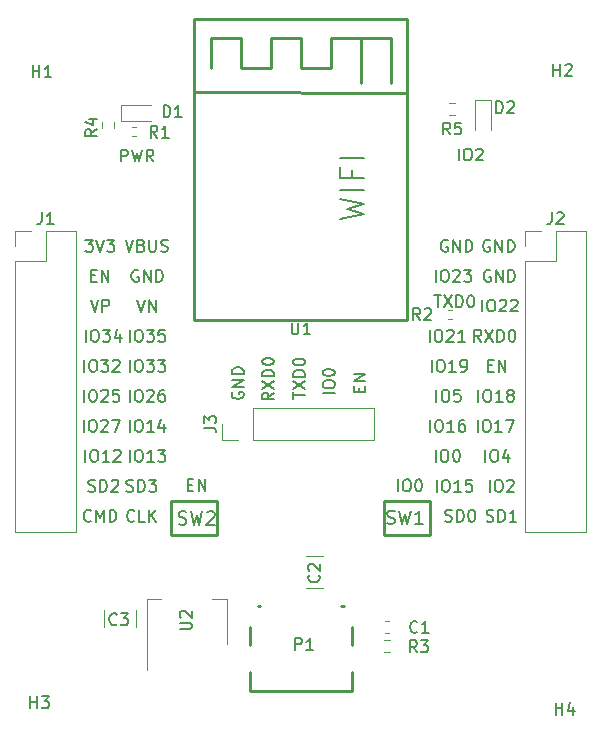
<source format=gbr>
%TF.GenerationSoftware,KiCad,Pcbnew,(5.1.10-1-10_14)*%
%TF.CreationDate,2021-10-31T18:44:30+08:00*%
%TF.ProjectId,esp32solo_devboard,65737033-3273-46f6-9c6f-5f646576626f,rev?*%
%TF.SameCoordinates,Original*%
%TF.FileFunction,Legend,Top*%
%TF.FilePolarity,Positive*%
%FSLAX46Y46*%
G04 Gerber Fmt 4.6, Leading zero omitted, Abs format (unit mm)*
G04 Created by KiCad (PCBNEW (5.1.10-1-10_14)) date 2021-10-31 18:44:30*
%MOMM*%
%LPD*%
G01*
G04 APERTURE LIST*
%ADD10C,0.150000*%
%ADD11C,0.120000*%
%ADD12C,0.254000*%
%ADD13C,0.152400*%
%ADD14C,0.203200*%
G04 APERTURE END LIST*
D10*
X129948571Y-75298095D02*
X129948571Y-74964761D01*
X130472380Y-74821904D02*
X130472380Y-75298095D01*
X129472380Y-75298095D01*
X129472380Y-74821904D01*
X130472380Y-74393333D02*
X129472380Y-74393333D01*
X130472380Y-73821904D01*
X129472380Y-73821904D01*
X127872380Y-75440000D02*
X126872380Y-75440000D01*
X126872380Y-74773333D02*
X126872380Y-74582857D01*
X126920000Y-74487619D01*
X127015238Y-74392380D01*
X127205714Y-74344761D01*
X127539047Y-74344761D01*
X127729523Y-74392380D01*
X127824761Y-74487619D01*
X127872380Y-74582857D01*
X127872380Y-74773333D01*
X127824761Y-74868571D01*
X127729523Y-74963809D01*
X127539047Y-75011428D01*
X127205714Y-75011428D01*
X127015238Y-74963809D01*
X126920000Y-74868571D01*
X126872380Y-74773333D01*
X126872380Y-73725714D02*
X126872380Y-73630476D01*
X126920000Y-73535238D01*
X126967619Y-73487619D01*
X127062857Y-73440000D01*
X127253333Y-73392380D01*
X127491428Y-73392380D01*
X127681904Y-73440000D01*
X127777142Y-73487619D01*
X127824761Y-73535238D01*
X127872380Y-73630476D01*
X127872380Y-73725714D01*
X127824761Y-73820952D01*
X127777142Y-73868571D01*
X127681904Y-73916190D01*
X127491428Y-73963809D01*
X127253333Y-73963809D01*
X127062857Y-73916190D01*
X126967619Y-73868571D01*
X126920000Y-73820952D01*
X126872380Y-73725714D01*
X124362380Y-75888095D02*
X124362380Y-75316666D01*
X125362380Y-75602380D02*
X124362380Y-75602380D01*
X124362380Y-75078571D02*
X125362380Y-74411904D01*
X124362380Y-74411904D02*
X125362380Y-75078571D01*
X125362380Y-74030952D02*
X124362380Y-74030952D01*
X124362380Y-73792857D01*
X124410000Y-73650000D01*
X124505238Y-73554761D01*
X124600476Y-73507142D01*
X124790952Y-73459523D01*
X124933809Y-73459523D01*
X125124285Y-73507142D01*
X125219523Y-73554761D01*
X125314761Y-73650000D01*
X125362380Y-73792857D01*
X125362380Y-74030952D01*
X124362380Y-72840476D02*
X124362380Y-72745238D01*
X124410000Y-72650000D01*
X124457619Y-72602380D01*
X124552857Y-72554761D01*
X124743333Y-72507142D01*
X124981428Y-72507142D01*
X125171904Y-72554761D01*
X125267142Y-72602380D01*
X125314761Y-72650000D01*
X125362380Y-72745238D01*
X125362380Y-72840476D01*
X125314761Y-72935714D01*
X125267142Y-72983333D01*
X125171904Y-73030952D01*
X124981428Y-73078571D01*
X124743333Y-73078571D01*
X124552857Y-73030952D01*
X124457619Y-72983333D01*
X124410000Y-72935714D01*
X124362380Y-72840476D01*
X122732380Y-75382857D02*
X122256190Y-75716190D01*
X122732380Y-75954285D02*
X121732380Y-75954285D01*
X121732380Y-75573333D01*
X121780000Y-75478095D01*
X121827619Y-75430476D01*
X121922857Y-75382857D01*
X122065714Y-75382857D01*
X122160952Y-75430476D01*
X122208571Y-75478095D01*
X122256190Y-75573333D01*
X122256190Y-75954285D01*
X121732380Y-75049523D02*
X122732380Y-74382857D01*
X121732380Y-74382857D02*
X122732380Y-75049523D01*
X122732380Y-74001904D02*
X121732380Y-74001904D01*
X121732380Y-73763809D01*
X121780000Y-73620952D01*
X121875238Y-73525714D01*
X121970476Y-73478095D01*
X122160952Y-73430476D01*
X122303809Y-73430476D01*
X122494285Y-73478095D01*
X122589523Y-73525714D01*
X122684761Y-73620952D01*
X122732380Y-73763809D01*
X122732380Y-74001904D01*
X121732380Y-72811428D02*
X121732380Y-72716190D01*
X121780000Y-72620952D01*
X121827619Y-72573333D01*
X121922857Y-72525714D01*
X122113333Y-72478095D01*
X122351428Y-72478095D01*
X122541904Y-72525714D01*
X122637142Y-72573333D01*
X122684761Y-72620952D01*
X122732380Y-72716190D01*
X122732380Y-72811428D01*
X122684761Y-72906666D01*
X122637142Y-72954285D01*
X122541904Y-73001904D01*
X122351428Y-73049523D01*
X122113333Y-73049523D01*
X121922857Y-73001904D01*
X121827619Y-72954285D01*
X121780000Y-72906666D01*
X121732380Y-72811428D01*
X119210000Y-75351904D02*
X119162380Y-75447142D01*
X119162380Y-75590000D01*
X119210000Y-75732857D01*
X119305238Y-75828095D01*
X119400476Y-75875714D01*
X119590952Y-75923333D01*
X119733809Y-75923333D01*
X119924285Y-75875714D01*
X120019523Y-75828095D01*
X120114761Y-75732857D01*
X120162380Y-75590000D01*
X120162380Y-75494761D01*
X120114761Y-75351904D01*
X120067142Y-75304285D01*
X119733809Y-75304285D01*
X119733809Y-75494761D01*
X120162380Y-74875714D02*
X119162380Y-74875714D01*
X120162380Y-74304285D01*
X119162380Y-74304285D01*
X120162380Y-73828095D02*
X119162380Y-73828095D01*
X119162380Y-73590000D01*
X119210000Y-73447142D01*
X119305238Y-73351904D01*
X119400476Y-73304285D01*
X119590952Y-73256666D01*
X119733809Y-73256666D01*
X119924285Y-73304285D01*
X120019523Y-73351904D01*
X120114761Y-73447142D01*
X120162380Y-73590000D01*
X120162380Y-73828095D01*
X133220000Y-83742380D02*
X133220000Y-82742380D01*
X133886666Y-82742380D02*
X134077142Y-82742380D01*
X134172380Y-82790000D01*
X134267619Y-82885238D01*
X134315238Y-83075714D01*
X134315238Y-83409047D01*
X134267619Y-83599523D01*
X134172380Y-83694761D01*
X134077142Y-83742380D01*
X133886666Y-83742380D01*
X133791428Y-83694761D01*
X133696190Y-83599523D01*
X133648571Y-83409047D01*
X133648571Y-83075714D01*
X133696190Y-82885238D01*
X133791428Y-82790000D01*
X133886666Y-82742380D01*
X134934285Y-82742380D02*
X135029523Y-82742380D01*
X135124761Y-82790000D01*
X135172380Y-82837619D01*
X135220000Y-82932857D01*
X135267619Y-83123333D01*
X135267619Y-83361428D01*
X135220000Y-83551904D01*
X135172380Y-83647142D01*
X135124761Y-83694761D01*
X135029523Y-83742380D01*
X134934285Y-83742380D01*
X134839047Y-83694761D01*
X134791428Y-83647142D01*
X134743809Y-83551904D01*
X134696190Y-83361428D01*
X134696190Y-83123333D01*
X134743809Y-82932857D01*
X134791428Y-82837619D01*
X134839047Y-82790000D01*
X134934285Y-82742380D01*
X115441904Y-83178571D02*
X115775238Y-83178571D01*
X115918095Y-83702380D02*
X115441904Y-83702380D01*
X115441904Y-82702380D01*
X115918095Y-82702380D01*
X116346666Y-83702380D02*
X116346666Y-82702380D01*
X116918095Y-83702380D01*
X116918095Y-82702380D01*
X138370000Y-55722380D02*
X138370000Y-54722380D01*
X139036666Y-54722380D02*
X139227142Y-54722380D01*
X139322380Y-54770000D01*
X139417619Y-54865238D01*
X139465238Y-55055714D01*
X139465238Y-55389047D01*
X139417619Y-55579523D01*
X139322380Y-55674761D01*
X139227142Y-55722380D01*
X139036666Y-55722380D01*
X138941428Y-55674761D01*
X138846190Y-55579523D01*
X138798571Y-55389047D01*
X138798571Y-55055714D01*
X138846190Y-54865238D01*
X138941428Y-54770000D01*
X139036666Y-54722380D01*
X139846190Y-54817619D02*
X139893809Y-54770000D01*
X139989047Y-54722380D01*
X140227142Y-54722380D01*
X140322380Y-54770000D01*
X140370000Y-54817619D01*
X140417619Y-54912857D01*
X140417619Y-55008095D01*
X140370000Y-55150952D01*
X139798571Y-55722380D01*
X140417619Y-55722380D01*
X109806666Y-55812380D02*
X109806666Y-54812380D01*
X110187619Y-54812380D01*
X110282857Y-54860000D01*
X110330476Y-54907619D01*
X110378095Y-55002857D01*
X110378095Y-55145714D01*
X110330476Y-55240952D01*
X110282857Y-55288571D01*
X110187619Y-55336190D01*
X109806666Y-55336190D01*
X110711428Y-54812380D02*
X110949523Y-55812380D01*
X111140000Y-55098095D01*
X111330476Y-55812380D01*
X111568571Y-54812380D01*
X112520952Y-55812380D02*
X112187619Y-55336190D01*
X111949523Y-55812380D02*
X111949523Y-54812380D01*
X112330476Y-54812380D01*
X112425714Y-54860000D01*
X112473333Y-54907619D01*
X112520952Y-55002857D01*
X112520952Y-55145714D01*
X112473333Y-55240952D01*
X112425714Y-55288571D01*
X112330476Y-55336190D01*
X111949523Y-55336190D01*
X111142857Y-67532380D02*
X111476190Y-68532380D01*
X111809523Y-67532380D01*
X112142857Y-68532380D02*
X112142857Y-67532380D01*
X112714285Y-68532380D01*
X112714285Y-67532380D01*
X110523809Y-76152380D02*
X110523809Y-75152380D01*
X111190476Y-75152380D02*
X111380952Y-75152380D01*
X111476190Y-75200000D01*
X111571428Y-75295238D01*
X111619047Y-75485714D01*
X111619047Y-75819047D01*
X111571428Y-76009523D01*
X111476190Y-76104761D01*
X111380952Y-76152380D01*
X111190476Y-76152380D01*
X111095238Y-76104761D01*
X111000000Y-76009523D01*
X110952380Y-75819047D01*
X110952380Y-75485714D01*
X111000000Y-75295238D01*
X111095238Y-75200000D01*
X111190476Y-75152380D01*
X112000000Y-75247619D02*
X112047619Y-75200000D01*
X112142857Y-75152380D01*
X112380952Y-75152380D01*
X112476190Y-75200000D01*
X112523809Y-75247619D01*
X112571428Y-75342857D01*
X112571428Y-75438095D01*
X112523809Y-75580952D01*
X111952380Y-76152380D01*
X112571428Y-76152380D01*
X113428571Y-75152380D02*
X113238095Y-75152380D01*
X113142857Y-75200000D01*
X113095238Y-75247619D01*
X113000000Y-75390476D01*
X112952380Y-75580952D01*
X112952380Y-75961904D01*
X113000000Y-76057142D01*
X113047619Y-76104761D01*
X113142857Y-76152380D01*
X113333333Y-76152380D01*
X113428571Y-76104761D01*
X113476190Y-76057142D01*
X113523809Y-75961904D01*
X113523809Y-75723809D01*
X113476190Y-75628571D01*
X113428571Y-75580952D01*
X113333333Y-75533333D01*
X113142857Y-75533333D01*
X113047619Y-75580952D01*
X113000000Y-75628571D01*
X112952380Y-75723809D01*
X110523809Y-78692380D02*
X110523809Y-77692380D01*
X111190476Y-77692380D02*
X111380952Y-77692380D01*
X111476190Y-77740000D01*
X111571428Y-77835238D01*
X111619047Y-78025714D01*
X111619047Y-78359047D01*
X111571428Y-78549523D01*
X111476190Y-78644761D01*
X111380952Y-78692380D01*
X111190476Y-78692380D01*
X111095238Y-78644761D01*
X111000000Y-78549523D01*
X110952380Y-78359047D01*
X110952380Y-78025714D01*
X111000000Y-77835238D01*
X111095238Y-77740000D01*
X111190476Y-77692380D01*
X112571428Y-78692380D02*
X112000000Y-78692380D01*
X112285714Y-78692380D02*
X112285714Y-77692380D01*
X112190476Y-77835238D01*
X112095238Y-77930476D01*
X112000000Y-77978095D01*
X113428571Y-78025714D02*
X113428571Y-78692380D01*
X113190476Y-77644761D02*
X112952380Y-78359047D01*
X113571428Y-78359047D01*
X137238095Y-86264761D02*
X137380952Y-86312380D01*
X137619047Y-86312380D01*
X137714285Y-86264761D01*
X137761904Y-86217142D01*
X137809523Y-86121904D01*
X137809523Y-86026666D01*
X137761904Y-85931428D01*
X137714285Y-85883809D01*
X137619047Y-85836190D01*
X137428571Y-85788571D01*
X137333333Y-85740952D01*
X137285714Y-85693333D01*
X137238095Y-85598095D01*
X137238095Y-85502857D01*
X137285714Y-85407619D01*
X137333333Y-85360000D01*
X137428571Y-85312380D01*
X137666666Y-85312380D01*
X137809523Y-85360000D01*
X138238095Y-86312380D02*
X138238095Y-85312380D01*
X138476190Y-85312380D01*
X138619047Y-85360000D01*
X138714285Y-85455238D01*
X138761904Y-85550476D01*
X138809523Y-85740952D01*
X138809523Y-85883809D01*
X138761904Y-86074285D01*
X138714285Y-86169523D01*
X138619047Y-86264761D01*
X138476190Y-86312380D01*
X138238095Y-86312380D01*
X139428571Y-85312380D02*
X139523809Y-85312380D01*
X139619047Y-85360000D01*
X139666666Y-85407619D01*
X139714285Y-85502857D01*
X139761904Y-85693333D01*
X139761904Y-85931428D01*
X139714285Y-86121904D01*
X139666666Y-86217142D01*
X139619047Y-86264761D01*
X139523809Y-86312380D01*
X139428571Y-86312380D01*
X139333333Y-86264761D01*
X139285714Y-86217142D01*
X139238095Y-86121904D01*
X139190476Y-85931428D01*
X139190476Y-85693333D01*
X139238095Y-85502857D01*
X139285714Y-85407619D01*
X139333333Y-85360000D01*
X139428571Y-85312380D01*
X140738095Y-86264761D02*
X140880952Y-86312380D01*
X141119047Y-86312380D01*
X141214285Y-86264761D01*
X141261904Y-86217142D01*
X141309523Y-86121904D01*
X141309523Y-86026666D01*
X141261904Y-85931428D01*
X141214285Y-85883809D01*
X141119047Y-85836190D01*
X140928571Y-85788571D01*
X140833333Y-85740952D01*
X140785714Y-85693333D01*
X140738095Y-85598095D01*
X140738095Y-85502857D01*
X140785714Y-85407619D01*
X140833333Y-85360000D01*
X140928571Y-85312380D01*
X141166666Y-85312380D01*
X141309523Y-85360000D01*
X141738095Y-86312380D02*
X141738095Y-85312380D01*
X141976190Y-85312380D01*
X142119047Y-85360000D01*
X142214285Y-85455238D01*
X142261904Y-85550476D01*
X142309523Y-85740952D01*
X142309523Y-85883809D01*
X142261904Y-86074285D01*
X142214285Y-86169523D01*
X142119047Y-86264761D01*
X141976190Y-86312380D01*
X141738095Y-86312380D01*
X143261904Y-86312380D02*
X142690476Y-86312380D01*
X142976190Y-86312380D02*
X142976190Y-85312380D01*
X142880952Y-85455238D01*
X142785714Y-85550476D01*
X142690476Y-85598095D01*
X141000000Y-83772380D02*
X141000000Y-82772380D01*
X141666666Y-82772380D02*
X141857142Y-82772380D01*
X141952380Y-82820000D01*
X142047619Y-82915238D01*
X142095238Y-83105714D01*
X142095238Y-83439047D01*
X142047619Y-83629523D01*
X141952380Y-83724761D01*
X141857142Y-83772380D01*
X141666666Y-83772380D01*
X141571428Y-83724761D01*
X141476190Y-83629523D01*
X141428571Y-83439047D01*
X141428571Y-83105714D01*
X141476190Y-82915238D01*
X141571428Y-82820000D01*
X141666666Y-82772380D01*
X142476190Y-82867619D02*
X142523809Y-82820000D01*
X142619047Y-82772380D01*
X142857142Y-82772380D01*
X142952380Y-82820000D01*
X143000000Y-82867619D01*
X143047619Y-82962857D01*
X143047619Y-83058095D01*
X143000000Y-83200952D01*
X142428571Y-83772380D01*
X143047619Y-83772380D01*
X136523809Y-83772380D02*
X136523809Y-82772380D01*
X137190476Y-82772380D02*
X137380952Y-82772380D01*
X137476190Y-82820000D01*
X137571428Y-82915238D01*
X137619047Y-83105714D01*
X137619047Y-83439047D01*
X137571428Y-83629523D01*
X137476190Y-83724761D01*
X137380952Y-83772380D01*
X137190476Y-83772380D01*
X137095238Y-83724761D01*
X137000000Y-83629523D01*
X136952380Y-83439047D01*
X136952380Y-83105714D01*
X137000000Y-82915238D01*
X137095238Y-82820000D01*
X137190476Y-82772380D01*
X138571428Y-83772380D02*
X138000000Y-83772380D01*
X138285714Y-83772380D02*
X138285714Y-82772380D01*
X138190476Y-82915238D01*
X138095238Y-83010476D01*
X138000000Y-83058095D01*
X139476190Y-82772380D02*
X139000000Y-82772380D01*
X138952380Y-83248571D01*
X139000000Y-83200952D01*
X139095238Y-83153333D01*
X139333333Y-83153333D01*
X139428571Y-83200952D01*
X139476190Y-83248571D01*
X139523809Y-83343809D01*
X139523809Y-83581904D01*
X139476190Y-83677142D01*
X139428571Y-83724761D01*
X139333333Y-83772380D01*
X139095238Y-83772380D01*
X139000000Y-83724761D01*
X138952380Y-83677142D01*
X140630000Y-81232380D02*
X140630000Y-80232380D01*
X141296666Y-80232380D02*
X141487142Y-80232380D01*
X141582380Y-80280000D01*
X141677619Y-80375238D01*
X141725238Y-80565714D01*
X141725238Y-80899047D01*
X141677619Y-81089523D01*
X141582380Y-81184761D01*
X141487142Y-81232380D01*
X141296666Y-81232380D01*
X141201428Y-81184761D01*
X141106190Y-81089523D01*
X141058571Y-80899047D01*
X141058571Y-80565714D01*
X141106190Y-80375238D01*
X141201428Y-80280000D01*
X141296666Y-80232380D01*
X142582380Y-80565714D02*
X142582380Y-81232380D01*
X142344285Y-80184761D02*
X142106190Y-80899047D01*
X142725238Y-80899047D01*
X136410000Y-81232380D02*
X136410000Y-80232380D01*
X137076666Y-80232380D02*
X137267142Y-80232380D01*
X137362380Y-80280000D01*
X137457619Y-80375238D01*
X137505238Y-80565714D01*
X137505238Y-80899047D01*
X137457619Y-81089523D01*
X137362380Y-81184761D01*
X137267142Y-81232380D01*
X137076666Y-81232380D01*
X136981428Y-81184761D01*
X136886190Y-81089523D01*
X136838571Y-80899047D01*
X136838571Y-80565714D01*
X136886190Y-80375238D01*
X136981428Y-80280000D01*
X137076666Y-80232380D01*
X138124285Y-80232380D02*
X138219523Y-80232380D01*
X138314761Y-80280000D01*
X138362380Y-80327619D01*
X138410000Y-80422857D01*
X138457619Y-80613333D01*
X138457619Y-80851428D01*
X138410000Y-81041904D01*
X138362380Y-81137142D01*
X138314761Y-81184761D01*
X138219523Y-81232380D01*
X138124285Y-81232380D01*
X138029047Y-81184761D01*
X137981428Y-81137142D01*
X137933809Y-81041904D01*
X137886190Y-80851428D01*
X137886190Y-80613333D01*
X137933809Y-80422857D01*
X137981428Y-80327619D01*
X138029047Y-80280000D01*
X138124285Y-80232380D01*
X135943809Y-78692380D02*
X135943809Y-77692380D01*
X136610476Y-77692380D02*
X136800952Y-77692380D01*
X136896190Y-77740000D01*
X136991428Y-77835238D01*
X137039047Y-78025714D01*
X137039047Y-78359047D01*
X136991428Y-78549523D01*
X136896190Y-78644761D01*
X136800952Y-78692380D01*
X136610476Y-78692380D01*
X136515238Y-78644761D01*
X136420000Y-78549523D01*
X136372380Y-78359047D01*
X136372380Y-78025714D01*
X136420000Y-77835238D01*
X136515238Y-77740000D01*
X136610476Y-77692380D01*
X137991428Y-78692380D02*
X137420000Y-78692380D01*
X137705714Y-78692380D02*
X137705714Y-77692380D01*
X137610476Y-77835238D01*
X137515238Y-77930476D01*
X137420000Y-77978095D01*
X138848571Y-77692380D02*
X138658095Y-77692380D01*
X138562857Y-77740000D01*
X138515238Y-77787619D01*
X138420000Y-77930476D01*
X138372380Y-78120952D01*
X138372380Y-78501904D01*
X138420000Y-78597142D01*
X138467619Y-78644761D01*
X138562857Y-78692380D01*
X138753333Y-78692380D01*
X138848571Y-78644761D01*
X138896190Y-78597142D01*
X138943809Y-78501904D01*
X138943809Y-78263809D01*
X138896190Y-78168571D01*
X138848571Y-78120952D01*
X138753333Y-78073333D01*
X138562857Y-78073333D01*
X138467619Y-78120952D01*
X138420000Y-78168571D01*
X138372380Y-78263809D01*
X139973809Y-78692380D02*
X139973809Y-77692380D01*
X140640476Y-77692380D02*
X140830952Y-77692380D01*
X140926190Y-77740000D01*
X141021428Y-77835238D01*
X141069047Y-78025714D01*
X141069047Y-78359047D01*
X141021428Y-78549523D01*
X140926190Y-78644761D01*
X140830952Y-78692380D01*
X140640476Y-78692380D01*
X140545238Y-78644761D01*
X140450000Y-78549523D01*
X140402380Y-78359047D01*
X140402380Y-78025714D01*
X140450000Y-77835238D01*
X140545238Y-77740000D01*
X140640476Y-77692380D01*
X142021428Y-78692380D02*
X141450000Y-78692380D01*
X141735714Y-78692380D02*
X141735714Y-77692380D01*
X141640476Y-77835238D01*
X141545238Y-77930476D01*
X141450000Y-77978095D01*
X142354761Y-77692380D02*
X143021428Y-77692380D01*
X142592857Y-78692380D01*
X136490000Y-76152380D02*
X136490000Y-75152380D01*
X137156666Y-75152380D02*
X137347142Y-75152380D01*
X137442380Y-75200000D01*
X137537619Y-75295238D01*
X137585238Y-75485714D01*
X137585238Y-75819047D01*
X137537619Y-76009523D01*
X137442380Y-76104761D01*
X137347142Y-76152380D01*
X137156666Y-76152380D01*
X137061428Y-76104761D01*
X136966190Y-76009523D01*
X136918571Y-75819047D01*
X136918571Y-75485714D01*
X136966190Y-75295238D01*
X137061428Y-75200000D01*
X137156666Y-75152380D01*
X138490000Y-75152380D02*
X138013809Y-75152380D01*
X137966190Y-75628571D01*
X138013809Y-75580952D01*
X138109047Y-75533333D01*
X138347142Y-75533333D01*
X138442380Y-75580952D01*
X138490000Y-75628571D01*
X138537619Y-75723809D01*
X138537619Y-75961904D01*
X138490000Y-76057142D01*
X138442380Y-76104761D01*
X138347142Y-76152380D01*
X138109047Y-76152380D01*
X138013809Y-76104761D01*
X137966190Y-76057142D01*
X140043809Y-76152380D02*
X140043809Y-75152380D01*
X140710476Y-75152380D02*
X140900952Y-75152380D01*
X140996190Y-75200000D01*
X141091428Y-75295238D01*
X141139047Y-75485714D01*
X141139047Y-75819047D01*
X141091428Y-76009523D01*
X140996190Y-76104761D01*
X140900952Y-76152380D01*
X140710476Y-76152380D01*
X140615238Y-76104761D01*
X140520000Y-76009523D01*
X140472380Y-75819047D01*
X140472380Y-75485714D01*
X140520000Y-75295238D01*
X140615238Y-75200000D01*
X140710476Y-75152380D01*
X142091428Y-76152380D02*
X141520000Y-76152380D01*
X141805714Y-76152380D02*
X141805714Y-75152380D01*
X141710476Y-75295238D01*
X141615238Y-75390476D01*
X141520000Y-75438095D01*
X142662857Y-75580952D02*
X142567619Y-75533333D01*
X142520000Y-75485714D01*
X142472380Y-75390476D01*
X142472380Y-75342857D01*
X142520000Y-75247619D01*
X142567619Y-75200000D01*
X142662857Y-75152380D01*
X142853333Y-75152380D01*
X142948571Y-75200000D01*
X142996190Y-75247619D01*
X143043809Y-75342857D01*
X143043809Y-75390476D01*
X142996190Y-75485714D01*
X142948571Y-75533333D01*
X142853333Y-75580952D01*
X142662857Y-75580952D01*
X142567619Y-75628571D01*
X142520000Y-75676190D01*
X142472380Y-75771428D01*
X142472380Y-75961904D01*
X142520000Y-76057142D01*
X142567619Y-76104761D01*
X142662857Y-76152380D01*
X142853333Y-76152380D01*
X142948571Y-76104761D01*
X142996190Y-76057142D01*
X143043809Y-75961904D01*
X143043809Y-75771428D01*
X142996190Y-75676190D01*
X142948571Y-75628571D01*
X142853333Y-75580952D01*
X140851904Y-73088571D02*
X141185238Y-73088571D01*
X141328095Y-73612380D02*
X140851904Y-73612380D01*
X140851904Y-72612380D01*
X141328095Y-72612380D01*
X141756666Y-73612380D02*
X141756666Y-72612380D01*
X142328095Y-73612380D01*
X142328095Y-72612380D01*
X136083809Y-73612380D02*
X136083809Y-72612380D01*
X136750476Y-72612380D02*
X136940952Y-72612380D01*
X137036190Y-72660000D01*
X137131428Y-72755238D01*
X137179047Y-72945714D01*
X137179047Y-73279047D01*
X137131428Y-73469523D01*
X137036190Y-73564761D01*
X136940952Y-73612380D01*
X136750476Y-73612380D01*
X136655238Y-73564761D01*
X136560000Y-73469523D01*
X136512380Y-73279047D01*
X136512380Y-72945714D01*
X136560000Y-72755238D01*
X136655238Y-72660000D01*
X136750476Y-72612380D01*
X138131428Y-73612380D02*
X137560000Y-73612380D01*
X137845714Y-73612380D02*
X137845714Y-72612380D01*
X137750476Y-72755238D01*
X137655238Y-72850476D01*
X137560000Y-72898095D01*
X138607619Y-73612380D02*
X138798095Y-73612380D01*
X138893333Y-73564761D01*
X138940952Y-73517142D01*
X139036190Y-73374285D01*
X139083809Y-73183809D01*
X139083809Y-72802857D01*
X139036190Y-72707619D01*
X138988571Y-72660000D01*
X138893333Y-72612380D01*
X138702857Y-72612380D01*
X138607619Y-72660000D01*
X138560000Y-72707619D01*
X138512380Y-72802857D01*
X138512380Y-73040952D01*
X138560000Y-73136190D01*
X138607619Y-73183809D01*
X138702857Y-73231428D01*
X138893333Y-73231428D01*
X138988571Y-73183809D01*
X139036190Y-73136190D01*
X139083809Y-73040952D01*
X135903809Y-71072380D02*
X135903809Y-70072380D01*
X136570476Y-70072380D02*
X136760952Y-70072380D01*
X136856190Y-70120000D01*
X136951428Y-70215238D01*
X136999047Y-70405714D01*
X136999047Y-70739047D01*
X136951428Y-70929523D01*
X136856190Y-71024761D01*
X136760952Y-71072380D01*
X136570476Y-71072380D01*
X136475238Y-71024761D01*
X136380000Y-70929523D01*
X136332380Y-70739047D01*
X136332380Y-70405714D01*
X136380000Y-70215238D01*
X136475238Y-70120000D01*
X136570476Y-70072380D01*
X137380000Y-70167619D02*
X137427619Y-70120000D01*
X137522857Y-70072380D01*
X137760952Y-70072380D01*
X137856190Y-70120000D01*
X137903809Y-70167619D01*
X137951428Y-70262857D01*
X137951428Y-70358095D01*
X137903809Y-70500952D01*
X137332380Y-71072380D01*
X137951428Y-71072380D01*
X138903809Y-71072380D02*
X138332380Y-71072380D01*
X138618095Y-71072380D02*
X138618095Y-70072380D01*
X138522857Y-70215238D01*
X138427619Y-70310476D01*
X138332380Y-70358095D01*
X140277142Y-71072380D02*
X139943809Y-70596190D01*
X139705714Y-71072380D02*
X139705714Y-70072380D01*
X140086666Y-70072380D01*
X140181904Y-70120000D01*
X140229523Y-70167619D01*
X140277142Y-70262857D01*
X140277142Y-70405714D01*
X140229523Y-70500952D01*
X140181904Y-70548571D01*
X140086666Y-70596190D01*
X139705714Y-70596190D01*
X140610476Y-70072380D02*
X141277142Y-71072380D01*
X141277142Y-70072380D02*
X140610476Y-71072380D01*
X141658095Y-71072380D02*
X141658095Y-70072380D01*
X141896190Y-70072380D01*
X142039047Y-70120000D01*
X142134285Y-70215238D01*
X142181904Y-70310476D01*
X142229523Y-70500952D01*
X142229523Y-70643809D01*
X142181904Y-70834285D01*
X142134285Y-70929523D01*
X142039047Y-71024761D01*
X141896190Y-71072380D01*
X141658095Y-71072380D01*
X142848571Y-70072380D02*
X142943809Y-70072380D01*
X143039047Y-70120000D01*
X143086666Y-70167619D01*
X143134285Y-70262857D01*
X143181904Y-70453333D01*
X143181904Y-70691428D01*
X143134285Y-70881904D01*
X143086666Y-70977142D01*
X143039047Y-71024761D01*
X142943809Y-71072380D01*
X142848571Y-71072380D01*
X142753333Y-71024761D01*
X142705714Y-70977142D01*
X142658095Y-70881904D01*
X142610476Y-70691428D01*
X142610476Y-70453333D01*
X142658095Y-70262857D01*
X142705714Y-70167619D01*
X142753333Y-70120000D01*
X142848571Y-70072380D01*
X136301904Y-67152380D02*
X136873333Y-67152380D01*
X136587619Y-68152380D02*
X136587619Y-67152380D01*
X137111428Y-67152380D02*
X137778095Y-68152380D01*
X137778095Y-67152380D02*
X137111428Y-68152380D01*
X138159047Y-68152380D02*
X138159047Y-67152380D01*
X138397142Y-67152380D01*
X138540000Y-67200000D01*
X138635238Y-67295238D01*
X138682857Y-67390476D01*
X138730476Y-67580952D01*
X138730476Y-67723809D01*
X138682857Y-67914285D01*
X138635238Y-68009523D01*
X138540000Y-68104761D01*
X138397142Y-68152380D01*
X138159047Y-68152380D01*
X139349523Y-67152380D02*
X139444761Y-67152380D01*
X139540000Y-67200000D01*
X139587619Y-67247619D01*
X139635238Y-67342857D01*
X139682857Y-67533333D01*
X139682857Y-67771428D01*
X139635238Y-67961904D01*
X139587619Y-68057142D01*
X139540000Y-68104761D01*
X139444761Y-68152380D01*
X139349523Y-68152380D01*
X139254285Y-68104761D01*
X139206666Y-68057142D01*
X139159047Y-67961904D01*
X139111428Y-67771428D01*
X139111428Y-67533333D01*
X139159047Y-67342857D01*
X139206666Y-67247619D01*
X139254285Y-67200000D01*
X139349523Y-67152380D01*
X140363809Y-68512380D02*
X140363809Y-67512380D01*
X141030476Y-67512380D02*
X141220952Y-67512380D01*
X141316190Y-67560000D01*
X141411428Y-67655238D01*
X141459047Y-67845714D01*
X141459047Y-68179047D01*
X141411428Y-68369523D01*
X141316190Y-68464761D01*
X141220952Y-68512380D01*
X141030476Y-68512380D01*
X140935238Y-68464761D01*
X140840000Y-68369523D01*
X140792380Y-68179047D01*
X140792380Y-67845714D01*
X140840000Y-67655238D01*
X140935238Y-67560000D01*
X141030476Y-67512380D01*
X141840000Y-67607619D02*
X141887619Y-67560000D01*
X141982857Y-67512380D01*
X142220952Y-67512380D01*
X142316190Y-67560000D01*
X142363809Y-67607619D01*
X142411428Y-67702857D01*
X142411428Y-67798095D01*
X142363809Y-67940952D01*
X141792380Y-68512380D01*
X142411428Y-68512380D01*
X142792380Y-67607619D02*
X142840000Y-67560000D01*
X142935238Y-67512380D01*
X143173333Y-67512380D01*
X143268571Y-67560000D01*
X143316190Y-67607619D01*
X143363809Y-67702857D01*
X143363809Y-67798095D01*
X143316190Y-67940952D01*
X142744761Y-68512380D01*
X143363809Y-68512380D01*
X136433809Y-65992380D02*
X136433809Y-64992380D01*
X137100476Y-64992380D02*
X137290952Y-64992380D01*
X137386190Y-65040000D01*
X137481428Y-65135238D01*
X137529047Y-65325714D01*
X137529047Y-65659047D01*
X137481428Y-65849523D01*
X137386190Y-65944761D01*
X137290952Y-65992380D01*
X137100476Y-65992380D01*
X137005238Y-65944761D01*
X136910000Y-65849523D01*
X136862380Y-65659047D01*
X136862380Y-65325714D01*
X136910000Y-65135238D01*
X137005238Y-65040000D01*
X137100476Y-64992380D01*
X137910000Y-65087619D02*
X137957619Y-65040000D01*
X138052857Y-64992380D01*
X138290952Y-64992380D01*
X138386190Y-65040000D01*
X138433809Y-65087619D01*
X138481428Y-65182857D01*
X138481428Y-65278095D01*
X138433809Y-65420952D01*
X137862380Y-65992380D01*
X138481428Y-65992380D01*
X138814761Y-64992380D02*
X139433809Y-64992380D01*
X139100476Y-65373333D01*
X139243333Y-65373333D01*
X139338571Y-65420952D01*
X139386190Y-65468571D01*
X139433809Y-65563809D01*
X139433809Y-65801904D01*
X139386190Y-65897142D01*
X139338571Y-65944761D01*
X139243333Y-65992380D01*
X138957619Y-65992380D01*
X138862380Y-65944761D01*
X138814761Y-65897142D01*
X141048095Y-65040000D02*
X140952857Y-64992380D01*
X140810000Y-64992380D01*
X140667142Y-65040000D01*
X140571904Y-65135238D01*
X140524285Y-65230476D01*
X140476666Y-65420952D01*
X140476666Y-65563809D01*
X140524285Y-65754285D01*
X140571904Y-65849523D01*
X140667142Y-65944761D01*
X140810000Y-65992380D01*
X140905238Y-65992380D01*
X141048095Y-65944761D01*
X141095714Y-65897142D01*
X141095714Y-65563809D01*
X140905238Y-65563809D01*
X141524285Y-65992380D02*
X141524285Y-64992380D01*
X142095714Y-65992380D01*
X142095714Y-64992380D01*
X142571904Y-65992380D02*
X142571904Y-64992380D01*
X142810000Y-64992380D01*
X142952857Y-65040000D01*
X143048095Y-65135238D01*
X143095714Y-65230476D01*
X143143333Y-65420952D01*
X143143333Y-65563809D01*
X143095714Y-65754285D01*
X143048095Y-65849523D01*
X142952857Y-65944761D01*
X142810000Y-65992380D01*
X142571904Y-65992380D01*
X137428095Y-62500000D02*
X137332857Y-62452380D01*
X137190000Y-62452380D01*
X137047142Y-62500000D01*
X136951904Y-62595238D01*
X136904285Y-62690476D01*
X136856666Y-62880952D01*
X136856666Y-63023809D01*
X136904285Y-63214285D01*
X136951904Y-63309523D01*
X137047142Y-63404761D01*
X137190000Y-63452380D01*
X137285238Y-63452380D01*
X137428095Y-63404761D01*
X137475714Y-63357142D01*
X137475714Y-63023809D01*
X137285238Y-63023809D01*
X137904285Y-63452380D02*
X137904285Y-62452380D01*
X138475714Y-63452380D01*
X138475714Y-62452380D01*
X138951904Y-63452380D02*
X138951904Y-62452380D01*
X139190000Y-62452380D01*
X139332857Y-62500000D01*
X139428095Y-62595238D01*
X139475714Y-62690476D01*
X139523333Y-62880952D01*
X139523333Y-63023809D01*
X139475714Y-63214285D01*
X139428095Y-63309523D01*
X139332857Y-63404761D01*
X139190000Y-63452380D01*
X138951904Y-63452380D01*
X141008095Y-62500000D02*
X140912857Y-62452380D01*
X140770000Y-62452380D01*
X140627142Y-62500000D01*
X140531904Y-62595238D01*
X140484285Y-62690476D01*
X140436666Y-62880952D01*
X140436666Y-63023809D01*
X140484285Y-63214285D01*
X140531904Y-63309523D01*
X140627142Y-63404761D01*
X140770000Y-63452380D01*
X140865238Y-63452380D01*
X141008095Y-63404761D01*
X141055714Y-63357142D01*
X141055714Y-63023809D01*
X140865238Y-63023809D01*
X141484285Y-63452380D02*
X141484285Y-62452380D01*
X142055714Y-63452380D01*
X142055714Y-62452380D01*
X142531904Y-63452380D02*
X142531904Y-62452380D01*
X142770000Y-62452380D01*
X142912857Y-62500000D01*
X143008095Y-62595238D01*
X143055714Y-62690476D01*
X143103333Y-62880952D01*
X143103333Y-63023809D01*
X143055714Y-63214285D01*
X143008095Y-63309523D01*
X142912857Y-63404761D01*
X142770000Y-63452380D01*
X142531904Y-63452380D01*
X110904761Y-86217142D02*
X110857142Y-86264761D01*
X110714285Y-86312380D01*
X110619047Y-86312380D01*
X110476190Y-86264761D01*
X110380952Y-86169523D01*
X110333333Y-86074285D01*
X110285714Y-85883809D01*
X110285714Y-85740952D01*
X110333333Y-85550476D01*
X110380952Y-85455238D01*
X110476190Y-85360000D01*
X110619047Y-85312380D01*
X110714285Y-85312380D01*
X110857142Y-85360000D01*
X110904761Y-85407619D01*
X111809523Y-86312380D02*
X111333333Y-86312380D01*
X111333333Y-85312380D01*
X112142857Y-86312380D02*
X112142857Y-85312380D01*
X112714285Y-86312380D02*
X112285714Y-85740952D01*
X112714285Y-85312380D02*
X112142857Y-85883809D01*
X107238095Y-86217142D02*
X107190476Y-86264761D01*
X107047619Y-86312380D01*
X106952380Y-86312380D01*
X106809523Y-86264761D01*
X106714285Y-86169523D01*
X106666666Y-86074285D01*
X106619047Y-85883809D01*
X106619047Y-85740952D01*
X106666666Y-85550476D01*
X106714285Y-85455238D01*
X106809523Y-85360000D01*
X106952380Y-85312380D01*
X107047619Y-85312380D01*
X107190476Y-85360000D01*
X107238095Y-85407619D01*
X107666666Y-86312380D02*
X107666666Y-85312380D01*
X108000000Y-86026666D01*
X108333333Y-85312380D01*
X108333333Y-86312380D01*
X108809523Y-86312380D02*
X108809523Y-85312380D01*
X109047619Y-85312380D01*
X109190476Y-85360000D01*
X109285714Y-85455238D01*
X109333333Y-85550476D01*
X109380952Y-85740952D01*
X109380952Y-85883809D01*
X109333333Y-86074285D01*
X109285714Y-86169523D01*
X109190476Y-86264761D01*
X109047619Y-86312380D01*
X108809523Y-86312380D01*
X110238095Y-83724761D02*
X110380952Y-83772380D01*
X110619047Y-83772380D01*
X110714285Y-83724761D01*
X110761904Y-83677142D01*
X110809523Y-83581904D01*
X110809523Y-83486666D01*
X110761904Y-83391428D01*
X110714285Y-83343809D01*
X110619047Y-83296190D01*
X110428571Y-83248571D01*
X110333333Y-83200952D01*
X110285714Y-83153333D01*
X110238095Y-83058095D01*
X110238095Y-82962857D01*
X110285714Y-82867619D01*
X110333333Y-82820000D01*
X110428571Y-82772380D01*
X110666666Y-82772380D01*
X110809523Y-82820000D01*
X111238095Y-83772380D02*
X111238095Y-82772380D01*
X111476190Y-82772380D01*
X111619047Y-82820000D01*
X111714285Y-82915238D01*
X111761904Y-83010476D01*
X111809523Y-83200952D01*
X111809523Y-83343809D01*
X111761904Y-83534285D01*
X111714285Y-83629523D01*
X111619047Y-83724761D01*
X111476190Y-83772380D01*
X111238095Y-83772380D01*
X112142857Y-82772380D02*
X112761904Y-82772380D01*
X112428571Y-83153333D01*
X112571428Y-83153333D01*
X112666666Y-83200952D01*
X112714285Y-83248571D01*
X112761904Y-83343809D01*
X112761904Y-83581904D01*
X112714285Y-83677142D01*
X112666666Y-83724761D01*
X112571428Y-83772380D01*
X112285714Y-83772380D01*
X112190476Y-83724761D01*
X112142857Y-83677142D01*
X107028095Y-83724761D02*
X107170952Y-83772380D01*
X107409047Y-83772380D01*
X107504285Y-83724761D01*
X107551904Y-83677142D01*
X107599523Y-83581904D01*
X107599523Y-83486666D01*
X107551904Y-83391428D01*
X107504285Y-83343809D01*
X107409047Y-83296190D01*
X107218571Y-83248571D01*
X107123333Y-83200952D01*
X107075714Y-83153333D01*
X107028095Y-83058095D01*
X107028095Y-82962857D01*
X107075714Y-82867619D01*
X107123333Y-82820000D01*
X107218571Y-82772380D01*
X107456666Y-82772380D01*
X107599523Y-82820000D01*
X108028095Y-83772380D02*
X108028095Y-82772380D01*
X108266190Y-82772380D01*
X108409047Y-82820000D01*
X108504285Y-82915238D01*
X108551904Y-83010476D01*
X108599523Y-83200952D01*
X108599523Y-83343809D01*
X108551904Y-83534285D01*
X108504285Y-83629523D01*
X108409047Y-83724761D01*
X108266190Y-83772380D01*
X108028095Y-83772380D01*
X108980476Y-82867619D02*
X109028095Y-82820000D01*
X109123333Y-82772380D01*
X109361428Y-82772380D01*
X109456666Y-82820000D01*
X109504285Y-82867619D01*
X109551904Y-82962857D01*
X109551904Y-83058095D01*
X109504285Y-83200952D01*
X108932857Y-83772380D01*
X109551904Y-83772380D01*
X110523809Y-81232380D02*
X110523809Y-80232380D01*
X111190476Y-80232380D02*
X111380952Y-80232380D01*
X111476190Y-80280000D01*
X111571428Y-80375238D01*
X111619047Y-80565714D01*
X111619047Y-80899047D01*
X111571428Y-81089523D01*
X111476190Y-81184761D01*
X111380952Y-81232380D01*
X111190476Y-81232380D01*
X111095238Y-81184761D01*
X111000000Y-81089523D01*
X110952380Y-80899047D01*
X110952380Y-80565714D01*
X111000000Y-80375238D01*
X111095238Y-80280000D01*
X111190476Y-80232380D01*
X112571428Y-81232380D02*
X112000000Y-81232380D01*
X112285714Y-81232380D02*
X112285714Y-80232380D01*
X112190476Y-80375238D01*
X112095238Y-80470476D01*
X112000000Y-80518095D01*
X112904761Y-80232380D02*
X113523809Y-80232380D01*
X113190476Y-80613333D01*
X113333333Y-80613333D01*
X113428571Y-80660952D01*
X113476190Y-80708571D01*
X113523809Y-80803809D01*
X113523809Y-81041904D01*
X113476190Y-81137142D01*
X113428571Y-81184761D01*
X113333333Y-81232380D01*
X113047619Y-81232380D01*
X112952380Y-81184761D01*
X112904761Y-81137142D01*
X106753809Y-81232380D02*
X106753809Y-80232380D01*
X107420476Y-80232380D02*
X107610952Y-80232380D01*
X107706190Y-80280000D01*
X107801428Y-80375238D01*
X107849047Y-80565714D01*
X107849047Y-80899047D01*
X107801428Y-81089523D01*
X107706190Y-81184761D01*
X107610952Y-81232380D01*
X107420476Y-81232380D01*
X107325238Y-81184761D01*
X107230000Y-81089523D01*
X107182380Y-80899047D01*
X107182380Y-80565714D01*
X107230000Y-80375238D01*
X107325238Y-80280000D01*
X107420476Y-80232380D01*
X108801428Y-81232380D02*
X108230000Y-81232380D01*
X108515714Y-81232380D02*
X108515714Y-80232380D01*
X108420476Y-80375238D01*
X108325238Y-80470476D01*
X108230000Y-80518095D01*
X109182380Y-80327619D02*
X109230000Y-80280000D01*
X109325238Y-80232380D01*
X109563333Y-80232380D01*
X109658571Y-80280000D01*
X109706190Y-80327619D01*
X109753809Y-80422857D01*
X109753809Y-80518095D01*
X109706190Y-80660952D01*
X109134761Y-81232380D01*
X109753809Y-81232380D01*
X106633809Y-78692380D02*
X106633809Y-77692380D01*
X107300476Y-77692380D02*
X107490952Y-77692380D01*
X107586190Y-77740000D01*
X107681428Y-77835238D01*
X107729047Y-78025714D01*
X107729047Y-78359047D01*
X107681428Y-78549523D01*
X107586190Y-78644761D01*
X107490952Y-78692380D01*
X107300476Y-78692380D01*
X107205238Y-78644761D01*
X107110000Y-78549523D01*
X107062380Y-78359047D01*
X107062380Y-78025714D01*
X107110000Y-77835238D01*
X107205238Y-77740000D01*
X107300476Y-77692380D01*
X108110000Y-77787619D02*
X108157619Y-77740000D01*
X108252857Y-77692380D01*
X108490952Y-77692380D01*
X108586190Y-77740000D01*
X108633809Y-77787619D01*
X108681428Y-77882857D01*
X108681428Y-77978095D01*
X108633809Y-78120952D01*
X108062380Y-78692380D01*
X108681428Y-78692380D01*
X109014761Y-77692380D02*
X109681428Y-77692380D01*
X109252857Y-78692380D01*
X106653809Y-76152380D02*
X106653809Y-75152380D01*
X107320476Y-75152380D02*
X107510952Y-75152380D01*
X107606190Y-75200000D01*
X107701428Y-75295238D01*
X107749047Y-75485714D01*
X107749047Y-75819047D01*
X107701428Y-76009523D01*
X107606190Y-76104761D01*
X107510952Y-76152380D01*
X107320476Y-76152380D01*
X107225238Y-76104761D01*
X107130000Y-76009523D01*
X107082380Y-75819047D01*
X107082380Y-75485714D01*
X107130000Y-75295238D01*
X107225238Y-75200000D01*
X107320476Y-75152380D01*
X108130000Y-75247619D02*
X108177619Y-75200000D01*
X108272857Y-75152380D01*
X108510952Y-75152380D01*
X108606190Y-75200000D01*
X108653809Y-75247619D01*
X108701428Y-75342857D01*
X108701428Y-75438095D01*
X108653809Y-75580952D01*
X108082380Y-76152380D01*
X108701428Y-76152380D01*
X109606190Y-75152380D02*
X109130000Y-75152380D01*
X109082380Y-75628571D01*
X109130000Y-75580952D01*
X109225238Y-75533333D01*
X109463333Y-75533333D01*
X109558571Y-75580952D01*
X109606190Y-75628571D01*
X109653809Y-75723809D01*
X109653809Y-75961904D01*
X109606190Y-76057142D01*
X109558571Y-76104761D01*
X109463333Y-76152380D01*
X109225238Y-76152380D01*
X109130000Y-76104761D01*
X109082380Y-76057142D01*
X110523809Y-73612380D02*
X110523809Y-72612380D01*
X111190476Y-72612380D02*
X111380952Y-72612380D01*
X111476190Y-72660000D01*
X111571428Y-72755238D01*
X111619047Y-72945714D01*
X111619047Y-73279047D01*
X111571428Y-73469523D01*
X111476190Y-73564761D01*
X111380952Y-73612380D01*
X111190476Y-73612380D01*
X111095238Y-73564761D01*
X111000000Y-73469523D01*
X110952380Y-73279047D01*
X110952380Y-72945714D01*
X111000000Y-72755238D01*
X111095238Y-72660000D01*
X111190476Y-72612380D01*
X111952380Y-72612380D02*
X112571428Y-72612380D01*
X112238095Y-72993333D01*
X112380952Y-72993333D01*
X112476190Y-73040952D01*
X112523809Y-73088571D01*
X112571428Y-73183809D01*
X112571428Y-73421904D01*
X112523809Y-73517142D01*
X112476190Y-73564761D01*
X112380952Y-73612380D01*
X112095238Y-73612380D01*
X112000000Y-73564761D01*
X111952380Y-73517142D01*
X112904761Y-72612380D02*
X113523809Y-72612380D01*
X113190476Y-72993333D01*
X113333333Y-72993333D01*
X113428571Y-73040952D01*
X113476190Y-73088571D01*
X113523809Y-73183809D01*
X113523809Y-73421904D01*
X113476190Y-73517142D01*
X113428571Y-73564761D01*
X113333333Y-73612380D01*
X113047619Y-73612380D01*
X112952380Y-73564761D01*
X112904761Y-73517142D01*
X106663809Y-73612380D02*
X106663809Y-72612380D01*
X107330476Y-72612380D02*
X107520952Y-72612380D01*
X107616190Y-72660000D01*
X107711428Y-72755238D01*
X107759047Y-72945714D01*
X107759047Y-73279047D01*
X107711428Y-73469523D01*
X107616190Y-73564761D01*
X107520952Y-73612380D01*
X107330476Y-73612380D01*
X107235238Y-73564761D01*
X107140000Y-73469523D01*
X107092380Y-73279047D01*
X107092380Y-72945714D01*
X107140000Y-72755238D01*
X107235238Y-72660000D01*
X107330476Y-72612380D01*
X108092380Y-72612380D02*
X108711428Y-72612380D01*
X108378095Y-72993333D01*
X108520952Y-72993333D01*
X108616190Y-73040952D01*
X108663809Y-73088571D01*
X108711428Y-73183809D01*
X108711428Y-73421904D01*
X108663809Y-73517142D01*
X108616190Y-73564761D01*
X108520952Y-73612380D01*
X108235238Y-73612380D01*
X108140000Y-73564761D01*
X108092380Y-73517142D01*
X109092380Y-72707619D02*
X109140000Y-72660000D01*
X109235238Y-72612380D01*
X109473333Y-72612380D01*
X109568571Y-72660000D01*
X109616190Y-72707619D01*
X109663809Y-72802857D01*
X109663809Y-72898095D01*
X109616190Y-73040952D01*
X109044761Y-73612380D01*
X109663809Y-73612380D01*
X110523809Y-71072380D02*
X110523809Y-70072380D01*
X111190476Y-70072380D02*
X111380952Y-70072380D01*
X111476190Y-70120000D01*
X111571428Y-70215238D01*
X111619047Y-70405714D01*
X111619047Y-70739047D01*
X111571428Y-70929523D01*
X111476190Y-71024761D01*
X111380952Y-71072380D01*
X111190476Y-71072380D01*
X111095238Y-71024761D01*
X111000000Y-70929523D01*
X110952380Y-70739047D01*
X110952380Y-70405714D01*
X111000000Y-70215238D01*
X111095238Y-70120000D01*
X111190476Y-70072380D01*
X111952380Y-70072380D02*
X112571428Y-70072380D01*
X112238095Y-70453333D01*
X112380952Y-70453333D01*
X112476190Y-70500952D01*
X112523809Y-70548571D01*
X112571428Y-70643809D01*
X112571428Y-70881904D01*
X112523809Y-70977142D01*
X112476190Y-71024761D01*
X112380952Y-71072380D01*
X112095238Y-71072380D01*
X112000000Y-71024761D01*
X111952380Y-70977142D01*
X113476190Y-70072380D02*
X113000000Y-70072380D01*
X112952380Y-70548571D01*
X113000000Y-70500952D01*
X113095238Y-70453333D01*
X113333333Y-70453333D01*
X113428571Y-70500952D01*
X113476190Y-70548571D01*
X113523809Y-70643809D01*
X113523809Y-70881904D01*
X113476190Y-70977142D01*
X113428571Y-71024761D01*
X113333333Y-71072380D01*
X113095238Y-71072380D01*
X113000000Y-71024761D01*
X112952380Y-70977142D01*
X106803809Y-71072380D02*
X106803809Y-70072380D01*
X107470476Y-70072380D02*
X107660952Y-70072380D01*
X107756190Y-70120000D01*
X107851428Y-70215238D01*
X107899047Y-70405714D01*
X107899047Y-70739047D01*
X107851428Y-70929523D01*
X107756190Y-71024761D01*
X107660952Y-71072380D01*
X107470476Y-71072380D01*
X107375238Y-71024761D01*
X107280000Y-70929523D01*
X107232380Y-70739047D01*
X107232380Y-70405714D01*
X107280000Y-70215238D01*
X107375238Y-70120000D01*
X107470476Y-70072380D01*
X108232380Y-70072380D02*
X108851428Y-70072380D01*
X108518095Y-70453333D01*
X108660952Y-70453333D01*
X108756190Y-70500952D01*
X108803809Y-70548571D01*
X108851428Y-70643809D01*
X108851428Y-70881904D01*
X108803809Y-70977142D01*
X108756190Y-71024761D01*
X108660952Y-71072380D01*
X108375238Y-71072380D01*
X108280000Y-71024761D01*
X108232380Y-70977142D01*
X109708571Y-70405714D02*
X109708571Y-71072380D01*
X109470476Y-70024761D02*
X109232380Y-70739047D01*
X109851428Y-70739047D01*
X107206666Y-67532380D02*
X107540000Y-68532380D01*
X107873333Y-67532380D01*
X108206666Y-68532380D02*
X108206666Y-67532380D01*
X108587619Y-67532380D01*
X108682857Y-67580000D01*
X108730476Y-67627619D01*
X108778095Y-67722857D01*
X108778095Y-67865714D01*
X108730476Y-67960952D01*
X108682857Y-68008571D01*
X108587619Y-68056190D01*
X108206666Y-68056190D01*
X111238095Y-65040000D02*
X111142857Y-64992380D01*
X111000000Y-64992380D01*
X110857142Y-65040000D01*
X110761904Y-65135238D01*
X110714285Y-65230476D01*
X110666666Y-65420952D01*
X110666666Y-65563809D01*
X110714285Y-65754285D01*
X110761904Y-65849523D01*
X110857142Y-65944761D01*
X111000000Y-65992380D01*
X111095238Y-65992380D01*
X111238095Y-65944761D01*
X111285714Y-65897142D01*
X111285714Y-65563809D01*
X111095238Y-65563809D01*
X111714285Y-65992380D02*
X111714285Y-64992380D01*
X112285714Y-65992380D01*
X112285714Y-64992380D01*
X112761904Y-65992380D02*
X112761904Y-64992380D01*
X113000000Y-64992380D01*
X113142857Y-65040000D01*
X113238095Y-65135238D01*
X113285714Y-65230476D01*
X113333333Y-65420952D01*
X113333333Y-65563809D01*
X113285714Y-65754285D01*
X113238095Y-65849523D01*
X113142857Y-65944761D01*
X113000000Y-65992380D01*
X112761904Y-65992380D01*
X107241904Y-65468571D02*
X107575238Y-65468571D01*
X107718095Y-65992380D02*
X107241904Y-65992380D01*
X107241904Y-64992380D01*
X107718095Y-64992380D01*
X108146666Y-65992380D02*
X108146666Y-64992380D01*
X108718095Y-65992380D01*
X108718095Y-64992380D01*
X110166666Y-62452380D02*
X110500000Y-63452380D01*
X110833333Y-62452380D01*
X111500000Y-62928571D02*
X111642857Y-62976190D01*
X111690476Y-63023809D01*
X111738095Y-63119047D01*
X111738095Y-63261904D01*
X111690476Y-63357142D01*
X111642857Y-63404761D01*
X111547619Y-63452380D01*
X111166666Y-63452380D01*
X111166666Y-62452380D01*
X111500000Y-62452380D01*
X111595238Y-62500000D01*
X111642857Y-62547619D01*
X111690476Y-62642857D01*
X111690476Y-62738095D01*
X111642857Y-62833333D01*
X111595238Y-62880952D01*
X111500000Y-62928571D01*
X111166666Y-62928571D01*
X112166666Y-62452380D02*
X112166666Y-63261904D01*
X112214285Y-63357142D01*
X112261904Y-63404761D01*
X112357142Y-63452380D01*
X112547619Y-63452380D01*
X112642857Y-63404761D01*
X112690476Y-63357142D01*
X112738095Y-63261904D01*
X112738095Y-62452380D01*
X113166666Y-63404761D02*
X113309523Y-63452380D01*
X113547619Y-63452380D01*
X113642857Y-63404761D01*
X113690476Y-63357142D01*
X113738095Y-63261904D01*
X113738095Y-63166666D01*
X113690476Y-63071428D01*
X113642857Y-63023809D01*
X113547619Y-62976190D01*
X113357142Y-62928571D01*
X113261904Y-62880952D01*
X113214285Y-62833333D01*
X113166666Y-62738095D01*
X113166666Y-62642857D01*
X113214285Y-62547619D01*
X113261904Y-62500000D01*
X113357142Y-62452380D01*
X113595238Y-62452380D01*
X113738095Y-62500000D01*
X106771904Y-62452380D02*
X107390952Y-62452380D01*
X107057619Y-62833333D01*
X107200476Y-62833333D01*
X107295714Y-62880952D01*
X107343333Y-62928571D01*
X107390952Y-63023809D01*
X107390952Y-63261904D01*
X107343333Y-63357142D01*
X107295714Y-63404761D01*
X107200476Y-63452380D01*
X106914761Y-63452380D01*
X106819523Y-63404761D01*
X106771904Y-63357142D01*
X107676666Y-62452380D02*
X108010000Y-63452380D01*
X108343333Y-62452380D01*
X108581428Y-62452380D02*
X109200476Y-62452380D01*
X108867142Y-62833333D01*
X109010000Y-62833333D01*
X109105238Y-62880952D01*
X109152857Y-62928571D01*
X109200476Y-63023809D01*
X109200476Y-63261904D01*
X109152857Y-63357142D01*
X109105238Y-63404761D01*
X109010000Y-63452380D01*
X108724285Y-63452380D01*
X108629047Y-63404761D01*
X108581428Y-63357142D01*
D11*
%TO.C,J3*%
X118370000Y-79360000D02*
X118370000Y-78030000D01*
X119700000Y-79360000D02*
X118370000Y-79360000D01*
X120970000Y-79360000D02*
X120970000Y-76700000D01*
X120970000Y-76700000D02*
X131190000Y-76700000D01*
X120970000Y-79360000D02*
X131190000Y-79360000D01*
X131190000Y-79360000D02*
X131190000Y-76700000D01*
%TO.C,R2*%
X137452379Y-69190000D02*
X137787621Y-69190000D01*
X137452379Y-68430000D02*
X137787621Y-68430000D01*
%TO.C,R1*%
X111027621Y-52870000D02*
X110692379Y-52870000D01*
X111027621Y-53630000D02*
X110692379Y-53630000D01*
%TO.C,C3*%
X111060000Y-93818748D02*
X111060000Y-95241252D01*
X108340000Y-93818748D02*
X108340000Y-95241252D01*
%TO.C,C2*%
X125458748Y-89220000D02*
X126881252Y-89220000D01*
X125458748Y-91940000D02*
X126881252Y-91940000D01*
%TO.C,J2*%
X143990000Y-61670000D02*
X145320000Y-61670000D01*
X143990000Y-63000000D02*
X143990000Y-61670000D01*
X146590000Y-61670000D02*
X149190000Y-61670000D01*
X146590000Y-64270000D02*
X146590000Y-61670000D01*
X143990000Y-64270000D02*
X146590000Y-64270000D01*
X149190000Y-61670000D02*
X149190000Y-87190000D01*
X143990000Y-64270000D02*
X143990000Y-87190000D01*
X143990000Y-87190000D02*
X149190000Y-87190000D01*
%TO.C,J1*%
X100810000Y-61670000D02*
X102140000Y-61670000D01*
X100810000Y-63000000D02*
X100810000Y-61670000D01*
X103410000Y-61670000D02*
X106010000Y-61670000D01*
X103410000Y-64270000D02*
X103410000Y-61670000D01*
X100810000Y-64270000D02*
X103410000Y-64270000D01*
X106010000Y-61670000D02*
X106010000Y-87190000D01*
X100810000Y-64270000D02*
X100810000Y-87190000D01*
X100810000Y-87190000D02*
X106010000Y-87190000D01*
%TO.C,U2*%
X118770000Y-92880000D02*
X117510000Y-92880000D01*
X111950000Y-92880000D02*
X113210000Y-92880000D01*
X118770000Y-96640000D02*
X118770000Y-92880000D01*
X111950000Y-98890000D02*
X111950000Y-92880000D01*
%TO.C,R5*%
X138024724Y-51912500D02*
X137515276Y-51912500D01*
X138024724Y-50867500D02*
X137515276Y-50867500D01*
%TO.C,R4*%
X109182500Y-52455276D02*
X109182500Y-52964724D01*
X108137500Y-52455276D02*
X108137500Y-52964724D01*
%TO.C,D2*%
X141105000Y-53130000D02*
X141105000Y-50645000D01*
X141105000Y-50645000D02*
X139735000Y-50645000D01*
X139735000Y-50645000D02*
X139735000Y-53130000D01*
%TO.C,D1*%
X112287500Y-51035000D02*
X109802500Y-51035000D01*
X109802500Y-51035000D02*
X109802500Y-52405000D01*
X109802500Y-52405000D02*
X112287500Y-52405000D01*
%TO.C,R3*%
X132045276Y-96307500D02*
X132554724Y-96307500D01*
X132045276Y-97352500D02*
X132554724Y-97352500D01*
D12*
%TO.C,P1*%
X120682000Y-99031058D02*
X120682000Y-100688942D01*
X120682000Y-100688942D02*
X129318000Y-100688942D01*
X129318000Y-100688942D02*
X129318000Y-99031058D01*
X129318000Y-96768807D02*
X129318000Y-95231117D01*
X120682000Y-95231117D02*
X120682000Y-96768807D01*
X121570873Y-93449942D02*
X121366911Y-93449942D01*
X128633089Y-93449942D02*
X128420186Y-93449942D01*
D11*
%TO.C,C1*%
X132163733Y-94710000D02*
X132456267Y-94710000D01*
X132163733Y-95730000D02*
X132456267Y-95730000D01*
D12*
%TO.C,SW2*%
X115144274Y-87459992D02*
X116844296Y-87459992D01*
X114050042Y-87449832D02*
X114050042Y-84549914D01*
X117949958Y-87449832D02*
X114050042Y-87449832D01*
X117949958Y-84549914D02*
X117949958Y-87449832D01*
X114050042Y-84549914D02*
X117949958Y-84549914D01*
%TO.C,SW1*%
X134855726Y-84540008D02*
X133155704Y-84540008D01*
X135949958Y-84550168D02*
X135949958Y-87450086D01*
X132050042Y-84550168D02*
X135949958Y-84550168D01*
X132050042Y-87450086D02*
X132050042Y-84550168D01*
X135949958Y-87450086D02*
X132050042Y-87450086D01*
%TO.C,U1*%
X131350000Y-45395000D02*
X132620000Y-45395000D01*
X132620000Y-45395000D02*
X132620000Y-49205000D01*
X130080000Y-45395000D02*
X130080000Y-49205000D01*
X117380000Y-47935000D02*
X117380000Y-45395000D01*
X117380000Y-45395000D02*
X119920000Y-45395000D01*
X119920000Y-45395000D02*
X119920000Y-47935000D01*
X119920000Y-47935000D02*
X122460000Y-47935000D01*
X122460000Y-47935000D02*
X122460000Y-45395000D01*
X122460000Y-45395000D02*
X125000000Y-45395000D01*
X125000000Y-45395000D02*
X125000000Y-47935000D01*
X125000000Y-47935000D02*
X127540000Y-47935000D01*
X127540000Y-47935000D02*
X127540000Y-45395000D01*
X127540000Y-45395000D02*
X131350000Y-45395000D01*
X116019932Y-49974976D02*
X133999931Y-50055036D01*
X116000018Y-43755080D02*
X133999982Y-43755080D01*
X133999982Y-43755080D02*
X133999982Y-69255156D01*
X133999982Y-69255156D02*
X116000018Y-69255156D01*
X116000018Y-69255156D02*
X116000018Y-43755080D01*
%TO.C,J3*%
D10*
X116822380Y-78363333D02*
X117536666Y-78363333D01*
X117679523Y-78410952D01*
X117774761Y-78506190D01*
X117822380Y-78649047D01*
X117822380Y-78744285D01*
X116822380Y-77982380D02*
X116822380Y-77363333D01*
X117203333Y-77696666D01*
X117203333Y-77553809D01*
X117250952Y-77458571D01*
X117298571Y-77410952D01*
X117393809Y-77363333D01*
X117631904Y-77363333D01*
X117727142Y-77410952D01*
X117774761Y-77458571D01*
X117822380Y-77553809D01*
X117822380Y-77839523D01*
X117774761Y-77934761D01*
X117727142Y-77982380D01*
%TO.C,R2*%
X135113333Y-69222380D02*
X134780000Y-68746190D01*
X134541904Y-69222380D02*
X134541904Y-68222380D01*
X134922857Y-68222380D01*
X135018095Y-68270000D01*
X135065714Y-68317619D01*
X135113333Y-68412857D01*
X135113333Y-68555714D01*
X135065714Y-68650952D01*
X135018095Y-68698571D01*
X134922857Y-68746190D01*
X134541904Y-68746190D01*
X135494285Y-68317619D02*
X135541904Y-68270000D01*
X135637142Y-68222380D01*
X135875238Y-68222380D01*
X135970476Y-68270000D01*
X136018095Y-68317619D01*
X136065714Y-68412857D01*
X136065714Y-68508095D01*
X136018095Y-68650952D01*
X135446666Y-69222380D01*
X136065714Y-69222380D01*
%TO.C,R1*%
X112863333Y-53792380D02*
X112530000Y-53316190D01*
X112291904Y-53792380D02*
X112291904Y-52792380D01*
X112672857Y-52792380D01*
X112768095Y-52840000D01*
X112815714Y-52887619D01*
X112863333Y-52982857D01*
X112863333Y-53125714D01*
X112815714Y-53220952D01*
X112768095Y-53268571D01*
X112672857Y-53316190D01*
X112291904Y-53316190D01*
X113815714Y-53792380D02*
X113244285Y-53792380D01*
X113530000Y-53792380D02*
X113530000Y-52792380D01*
X113434761Y-52935238D01*
X113339523Y-53030476D01*
X113244285Y-53078095D01*
%TO.C,C3*%
X109423333Y-94987142D02*
X109375714Y-95034761D01*
X109232857Y-95082380D01*
X109137619Y-95082380D01*
X108994761Y-95034761D01*
X108899523Y-94939523D01*
X108851904Y-94844285D01*
X108804285Y-94653809D01*
X108804285Y-94510952D01*
X108851904Y-94320476D01*
X108899523Y-94225238D01*
X108994761Y-94130000D01*
X109137619Y-94082380D01*
X109232857Y-94082380D01*
X109375714Y-94130000D01*
X109423333Y-94177619D01*
X109756666Y-94082380D02*
X110375714Y-94082380D01*
X110042380Y-94463333D01*
X110185238Y-94463333D01*
X110280476Y-94510952D01*
X110328095Y-94558571D01*
X110375714Y-94653809D01*
X110375714Y-94891904D01*
X110328095Y-94987142D01*
X110280476Y-95034761D01*
X110185238Y-95082380D01*
X109899523Y-95082380D01*
X109804285Y-95034761D01*
X109756666Y-94987142D01*
%TO.C,C2*%
X126527142Y-90836666D02*
X126574761Y-90884285D01*
X126622380Y-91027142D01*
X126622380Y-91122380D01*
X126574761Y-91265238D01*
X126479523Y-91360476D01*
X126384285Y-91408095D01*
X126193809Y-91455714D01*
X126050952Y-91455714D01*
X125860476Y-91408095D01*
X125765238Y-91360476D01*
X125670000Y-91265238D01*
X125622380Y-91122380D01*
X125622380Y-91027142D01*
X125670000Y-90884285D01*
X125717619Y-90836666D01*
X125717619Y-90455714D02*
X125670000Y-90408095D01*
X125622380Y-90312857D01*
X125622380Y-90074761D01*
X125670000Y-89979523D01*
X125717619Y-89931904D01*
X125812857Y-89884285D01*
X125908095Y-89884285D01*
X126050952Y-89931904D01*
X126622380Y-90503333D01*
X126622380Y-89884285D01*
%TO.C,J2*%
X146256666Y-60122380D02*
X146256666Y-60836666D01*
X146209047Y-60979523D01*
X146113809Y-61074761D01*
X145970952Y-61122380D01*
X145875714Y-61122380D01*
X146685238Y-60217619D02*
X146732857Y-60170000D01*
X146828095Y-60122380D01*
X147066190Y-60122380D01*
X147161428Y-60170000D01*
X147209047Y-60217619D01*
X147256666Y-60312857D01*
X147256666Y-60408095D01*
X147209047Y-60550952D01*
X146637619Y-61122380D01*
X147256666Y-61122380D01*
%TO.C,J1*%
X103076666Y-60122380D02*
X103076666Y-60836666D01*
X103029047Y-60979523D01*
X102933809Y-61074761D01*
X102790952Y-61122380D01*
X102695714Y-61122380D01*
X104076666Y-61122380D02*
X103505238Y-61122380D01*
X103790952Y-61122380D02*
X103790952Y-60122380D01*
X103695714Y-60265238D01*
X103600476Y-60360476D01*
X103505238Y-60408095D01*
%TO.C,H4*%
X146588095Y-102652380D02*
X146588095Y-101652380D01*
X146588095Y-102128571D02*
X147159523Y-102128571D01*
X147159523Y-102652380D02*
X147159523Y-101652380D01*
X148064285Y-101985714D02*
X148064285Y-102652380D01*
X147826190Y-101604761D02*
X147588095Y-102319047D01*
X148207142Y-102319047D01*
%TO.C,H3*%
X102118095Y-102102380D02*
X102118095Y-101102380D01*
X102118095Y-101578571D02*
X102689523Y-101578571D01*
X102689523Y-102102380D02*
X102689523Y-101102380D01*
X103070476Y-101102380D02*
X103689523Y-101102380D01*
X103356190Y-101483333D01*
X103499047Y-101483333D01*
X103594285Y-101530952D01*
X103641904Y-101578571D01*
X103689523Y-101673809D01*
X103689523Y-101911904D01*
X103641904Y-102007142D01*
X103594285Y-102054761D01*
X103499047Y-102102380D01*
X103213333Y-102102380D01*
X103118095Y-102054761D01*
X103070476Y-102007142D01*
%TO.C,H2*%
X146398095Y-48572380D02*
X146398095Y-47572380D01*
X146398095Y-48048571D02*
X146969523Y-48048571D01*
X146969523Y-48572380D02*
X146969523Y-47572380D01*
X147398095Y-47667619D02*
X147445714Y-47620000D01*
X147540952Y-47572380D01*
X147779047Y-47572380D01*
X147874285Y-47620000D01*
X147921904Y-47667619D01*
X147969523Y-47762857D01*
X147969523Y-47858095D01*
X147921904Y-48000952D01*
X147350476Y-48572380D01*
X147969523Y-48572380D01*
%TO.C,H1*%
X102308095Y-48662380D02*
X102308095Y-47662380D01*
X102308095Y-48138571D02*
X102879523Y-48138571D01*
X102879523Y-48662380D02*
X102879523Y-47662380D01*
X103879523Y-48662380D02*
X103308095Y-48662380D01*
X103593809Y-48662380D02*
X103593809Y-47662380D01*
X103498571Y-47805238D01*
X103403333Y-47900476D01*
X103308095Y-47948095D01*
%TO.C,U2*%
X114752380Y-95441904D02*
X115561904Y-95441904D01*
X115657142Y-95394285D01*
X115704761Y-95346666D01*
X115752380Y-95251428D01*
X115752380Y-95060952D01*
X115704761Y-94965714D01*
X115657142Y-94918095D01*
X115561904Y-94870476D01*
X114752380Y-94870476D01*
X114847619Y-94441904D02*
X114800000Y-94394285D01*
X114752380Y-94299047D01*
X114752380Y-94060952D01*
X114800000Y-93965714D01*
X114847619Y-93918095D01*
X114942857Y-93870476D01*
X115038095Y-93870476D01*
X115180952Y-93918095D01*
X115752380Y-94489523D01*
X115752380Y-93870476D01*
%TO.C,R5*%
X137653333Y-53532380D02*
X137320000Y-53056190D01*
X137081904Y-53532380D02*
X137081904Y-52532380D01*
X137462857Y-52532380D01*
X137558095Y-52580000D01*
X137605714Y-52627619D01*
X137653333Y-52722857D01*
X137653333Y-52865714D01*
X137605714Y-52960952D01*
X137558095Y-53008571D01*
X137462857Y-53056190D01*
X137081904Y-53056190D01*
X138558095Y-52532380D02*
X138081904Y-52532380D01*
X138034285Y-53008571D01*
X138081904Y-52960952D01*
X138177142Y-52913333D01*
X138415238Y-52913333D01*
X138510476Y-52960952D01*
X138558095Y-53008571D01*
X138605714Y-53103809D01*
X138605714Y-53341904D01*
X138558095Y-53437142D01*
X138510476Y-53484761D01*
X138415238Y-53532380D01*
X138177142Y-53532380D01*
X138081904Y-53484761D01*
X138034285Y-53437142D01*
%TO.C,R4*%
X107742380Y-53096666D02*
X107266190Y-53430000D01*
X107742380Y-53668095D02*
X106742380Y-53668095D01*
X106742380Y-53287142D01*
X106790000Y-53191904D01*
X106837619Y-53144285D01*
X106932857Y-53096666D01*
X107075714Y-53096666D01*
X107170952Y-53144285D01*
X107218571Y-53191904D01*
X107266190Y-53287142D01*
X107266190Y-53668095D01*
X107075714Y-52239523D02*
X107742380Y-52239523D01*
X106694761Y-52477619D02*
X107409047Y-52715714D01*
X107409047Y-52096666D01*
%TO.C,D2*%
X141541904Y-51722380D02*
X141541904Y-50722380D01*
X141780000Y-50722380D01*
X141922857Y-50770000D01*
X142018095Y-50865238D01*
X142065714Y-50960476D01*
X142113333Y-51150952D01*
X142113333Y-51293809D01*
X142065714Y-51484285D01*
X142018095Y-51579523D01*
X141922857Y-51674761D01*
X141780000Y-51722380D01*
X141541904Y-51722380D01*
X142494285Y-50817619D02*
X142541904Y-50770000D01*
X142637142Y-50722380D01*
X142875238Y-50722380D01*
X142970476Y-50770000D01*
X143018095Y-50817619D01*
X143065714Y-50912857D01*
X143065714Y-51008095D01*
X143018095Y-51150952D01*
X142446666Y-51722380D01*
X143065714Y-51722380D01*
%TO.C,D1*%
X113391904Y-52072380D02*
X113391904Y-51072380D01*
X113630000Y-51072380D01*
X113772857Y-51120000D01*
X113868095Y-51215238D01*
X113915714Y-51310476D01*
X113963333Y-51500952D01*
X113963333Y-51643809D01*
X113915714Y-51834285D01*
X113868095Y-51929523D01*
X113772857Y-52024761D01*
X113630000Y-52072380D01*
X113391904Y-52072380D01*
X114915714Y-52072380D02*
X114344285Y-52072380D01*
X114630000Y-52072380D02*
X114630000Y-51072380D01*
X114534761Y-51215238D01*
X114439523Y-51310476D01*
X114344285Y-51358095D01*
%TO.C,R3*%
X134823333Y-97372380D02*
X134490000Y-96896190D01*
X134251904Y-97372380D02*
X134251904Y-96372380D01*
X134632857Y-96372380D01*
X134728095Y-96420000D01*
X134775714Y-96467619D01*
X134823333Y-96562857D01*
X134823333Y-96705714D01*
X134775714Y-96800952D01*
X134728095Y-96848571D01*
X134632857Y-96896190D01*
X134251904Y-96896190D01*
X135156666Y-96372380D02*
X135775714Y-96372380D01*
X135442380Y-96753333D01*
X135585238Y-96753333D01*
X135680476Y-96800952D01*
X135728095Y-96848571D01*
X135775714Y-96943809D01*
X135775714Y-97181904D01*
X135728095Y-97277142D01*
X135680476Y-97324761D01*
X135585238Y-97372380D01*
X135299523Y-97372380D01*
X135204285Y-97324761D01*
X135156666Y-97277142D01*
%TO.C,P1*%
X124531904Y-97182380D02*
X124531904Y-96182380D01*
X124912857Y-96182380D01*
X125008095Y-96230000D01*
X125055714Y-96277619D01*
X125103333Y-96372857D01*
X125103333Y-96515714D01*
X125055714Y-96610952D01*
X125008095Y-96658571D01*
X124912857Y-96706190D01*
X124531904Y-96706190D01*
X126055714Y-97182380D02*
X125484285Y-97182380D01*
X125770000Y-97182380D02*
X125770000Y-96182380D01*
X125674761Y-96325238D01*
X125579523Y-96420476D01*
X125484285Y-96468095D01*
%TO.C,C1*%
X134873333Y-95637142D02*
X134825714Y-95684761D01*
X134682857Y-95732380D01*
X134587619Y-95732380D01*
X134444761Y-95684761D01*
X134349523Y-95589523D01*
X134301904Y-95494285D01*
X134254285Y-95303809D01*
X134254285Y-95160952D01*
X134301904Y-94970476D01*
X134349523Y-94875238D01*
X134444761Y-94780000D01*
X134587619Y-94732380D01*
X134682857Y-94732380D01*
X134825714Y-94780000D01*
X134873333Y-94827619D01*
X135825714Y-95732380D02*
X135254285Y-95732380D01*
X135540000Y-95732380D02*
X135540000Y-94732380D01*
X135444761Y-94875238D01*
X135349523Y-94970476D01*
X135254285Y-95018095D01*
%TO.C,SW2*%
D13*
X114656774Y-86502642D02*
X114820060Y-86557071D01*
X115092202Y-86557071D01*
X115201060Y-86502642D01*
X115255488Y-86448214D01*
X115309917Y-86339357D01*
X115309917Y-86230500D01*
X115255488Y-86121642D01*
X115201060Y-86067214D01*
X115092202Y-86012785D01*
X114874488Y-85958357D01*
X114765631Y-85903928D01*
X114711202Y-85849500D01*
X114656774Y-85740642D01*
X114656774Y-85631785D01*
X114711202Y-85522928D01*
X114765631Y-85468500D01*
X114874488Y-85414071D01*
X115146631Y-85414071D01*
X115309917Y-85468500D01*
X115690917Y-85414071D02*
X115963060Y-86557071D01*
X116180774Y-85740642D01*
X116398488Y-86557071D01*
X116670631Y-85414071D01*
X117051631Y-85522928D02*
X117106060Y-85468500D01*
X117214917Y-85414071D01*
X117487060Y-85414071D01*
X117595917Y-85468500D01*
X117650345Y-85522928D01*
X117704774Y-85631785D01*
X117704774Y-85740642D01*
X117650345Y-85903928D01*
X116997202Y-86557071D01*
X117704774Y-86557071D01*
%TO.C,SW1*%
X132295225Y-86462642D02*
X132458511Y-86517071D01*
X132730654Y-86517071D01*
X132839511Y-86462642D01*
X132893940Y-86408214D01*
X132948368Y-86299357D01*
X132948368Y-86190500D01*
X132893940Y-86081642D01*
X132839511Y-86027214D01*
X132730654Y-85972785D01*
X132512940Y-85918357D01*
X132404082Y-85863928D01*
X132349654Y-85809500D01*
X132295225Y-85700642D01*
X132295225Y-85591785D01*
X132349654Y-85482928D01*
X132404082Y-85428500D01*
X132512940Y-85374071D01*
X132785082Y-85374071D01*
X132948368Y-85428500D01*
X133329368Y-85374071D02*
X133601511Y-86517071D01*
X133819225Y-85700642D01*
X134036940Y-86517071D01*
X134309082Y-85374071D01*
X135343225Y-86517071D02*
X134690082Y-86517071D01*
X135016654Y-86517071D02*
X135016654Y-85374071D01*
X134907797Y-85537357D01*
X134798940Y-85646214D01*
X134690082Y-85700642D01*
%TO.C,U1*%
D10*
X124238095Y-69452380D02*
X124238095Y-70261904D01*
X124285714Y-70357142D01*
X124333333Y-70404761D01*
X124428571Y-70452380D01*
X124619047Y-70452380D01*
X124714285Y-70404761D01*
X124761904Y-70357142D01*
X124809523Y-70261904D01*
X124809523Y-69452380D01*
X125809523Y-70452380D02*
X125238095Y-70452380D01*
X125523809Y-70452380D02*
X125523809Y-69452380D01*
X125428571Y-69595238D01*
X125333333Y-69690476D01*
X125238095Y-69738095D01*
D14*
X128340366Y-60712633D02*
X130372366Y-60228823D01*
X128920937Y-59841776D01*
X130372366Y-59454728D01*
X128340366Y-58970919D01*
X130372366Y-58196823D02*
X128340366Y-58196823D01*
X129307985Y-56551871D02*
X129307985Y-57229204D01*
X130372366Y-57229204D02*
X128340366Y-57229204D01*
X128340366Y-56261585D01*
X130372366Y-55487490D02*
X128340366Y-55487490D01*
%TD*%
M02*

</source>
